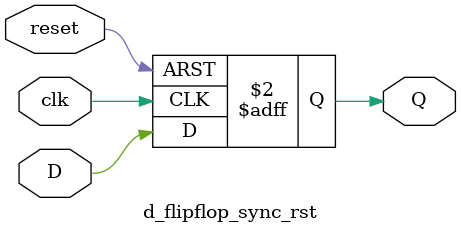
<source format=v>
module d_flipflop_sync_rst(
    input       D,
    output  reg Q,
    input       clk,
    input       reset);

always@(posedge clk, posedge reset)
begin
    if(reset)
        Q <= 1'd0;
    else
        Q <= D;     
end
endmodule
</source>
